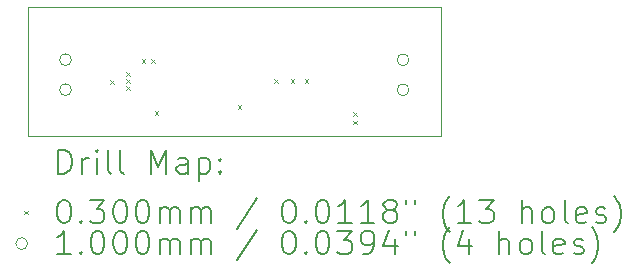
<source format=gbr>
%TF.GenerationSoftware,KiCad,Pcbnew,9.0.2-9.0.2-0~ubuntu24.04.1*%
%TF.CreationDate,2025-07-09T15:13:09+10:00*%
%TF.ProjectId,TPS54202SwitchingPSU,54505335-3432-4303-9253-776974636869,rev?*%
%TF.SameCoordinates,Original*%
%TF.FileFunction,Drillmap*%
%TF.FilePolarity,Positive*%
%FSLAX45Y45*%
G04 Gerber Fmt 4.5, Leading zero omitted, Abs format (unit mm)*
G04 Created by KiCad (PCBNEW 9.0.2-9.0.2-0~ubuntu24.04.1) date 2025-07-09 15:13:09*
%MOMM*%
%LPD*%
G01*
G04 APERTURE LIST*
%ADD10C,0.050000*%
%ADD11C,0.200000*%
%ADD12C,0.100000*%
G04 APERTURE END LIST*
D10*
X11200000Y-8300000D02*
X14700000Y-8300000D01*
X14700000Y-9400000D01*
X11200000Y-9400000D01*
X11200000Y-8300000D01*
D11*
D12*
X11895000Y-8925000D02*
X11925000Y-8955000D01*
X11925000Y-8925000D02*
X11895000Y-8955000D01*
X12035000Y-8855000D02*
X12065000Y-8885000D01*
X12065000Y-8855000D02*
X12035000Y-8885000D01*
X12035000Y-8915000D02*
X12065000Y-8945000D01*
X12065000Y-8915000D02*
X12035000Y-8945000D01*
X12035000Y-8975000D02*
X12065000Y-9005000D01*
X12065000Y-8975000D02*
X12035000Y-9005000D01*
X12165400Y-8745000D02*
X12195400Y-8775000D01*
X12195400Y-8745000D02*
X12165400Y-8775000D01*
X12245000Y-8745000D02*
X12275000Y-8775000D01*
X12275000Y-8745000D02*
X12245000Y-8775000D01*
X12275000Y-9185000D02*
X12305000Y-9215000D01*
X12305000Y-9185000D02*
X12275000Y-9215000D01*
X12975000Y-9135000D02*
X13005000Y-9165000D01*
X13005000Y-9135000D02*
X12975000Y-9165000D01*
X13285000Y-8915000D02*
X13315000Y-8945000D01*
X13315000Y-8915000D02*
X13285000Y-8945000D01*
X13425000Y-8915000D02*
X13455000Y-8945000D01*
X13455000Y-8915000D02*
X13425000Y-8945000D01*
X13545000Y-8915000D02*
X13575000Y-8945000D01*
X13575000Y-8915000D02*
X13545000Y-8945000D01*
X13955000Y-9195000D02*
X13985000Y-9225000D01*
X13985000Y-9195000D02*
X13955000Y-9225000D01*
X13955000Y-9265000D02*
X13985000Y-9295000D01*
X13985000Y-9265000D02*
X13955000Y-9295000D01*
X11568900Y-8750300D02*
G75*
G02*
X11468900Y-8750300I-50000J0D01*
G01*
X11468900Y-8750300D02*
G75*
G02*
X11568900Y-8750300I50000J0D01*
G01*
X11568900Y-9004300D02*
G75*
G02*
X11468900Y-9004300I-50000J0D01*
G01*
X11468900Y-9004300D02*
G75*
G02*
X11568900Y-9004300I50000J0D01*
G01*
X14426400Y-8750300D02*
G75*
G02*
X14326400Y-8750300I-50000J0D01*
G01*
X14326400Y-8750300D02*
G75*
G02*
X14426400Y-8750300I50000J0D01*
G01*
X14426400Y-9004300D02*
G75*
G02*
X14326400Y-9004300I-50000J0D01*
G01*
X14326400Y-9004300D02*
G75*
G02*
X14426400Y-9004300I50000J0D01*
G01*
D11*
X11458277Y-9713984D02*
X11458277Y-9513984D01*
X11458277Y-9513984D02*
X11505896Y-9513984D01*
X11505896Y-9513984D02*
X11534467Y-9523508D01*
X11534467Y-9523508D02*
X11553515Y-9542555D01*
X11553515Y-9542555D02*
X11563039Y-9561603D01*
X11563039Y-9561603D02*
X11572562Y-9599698D01*
X11572562Y-9599698D02*
X11572562Y-9628270D01*
X11572562Y-9628270D02*
X11563039Y-9666365D01*
X11563039Y-9666365D02*
X11553515Y-9685412D01*
X11553515Y-9685412D02*
X11534467Y-9704460D01*
X11534467Y-9704460D02*
X11505896Y-9713984D01*
X11505896Y-9713984D02*
X11458277Y-9713984D01*
X11658277Y-9713984D02*
X11658277Y-9580650D01*
X11658277Y-9618746D02*
X11667801Y-9599698D01*
X11667801Y-9599698D02*
X11677324Y-9590174D01*
X11677324Y-9590174D02*
X11696372Y-9580650D01*
X11696372Y-9580650D02*
X11715420Y-9580650D01*
X11782086Y-9713984D02*
X11782086Y-9580650D01*
X11782086Y-9513984D02*
X11772562Y-9523508D01*
X11772562Y-9523508D02*
X11782086Y-9533031D01*
X11782086Y-9533031D02*
X11791610Y-9523508D01*
X11791610Y-9523508D02*
X11782086Y-9513984D01*
X11782086Y-9513984D02*
X11782086Y-9533031D01*
X11905896Y-9713984D02*
X11886848Y-9704460D01*
X11886848Y-9704460D02*
X11877324Y-9685412D01*
X11877324Y-9685412D02*
X11877324Y-9513984D01*
X12010658Y-9713984D02*
X11991610Y-9704460D01*
X11991610Y-9704460D02*
X11982086Y-9685412D01*
X11982086Y-9685412D02*
X11982086Y-9513984D01*
X12239229Y-9713984D02*
X12239229Y-9513984D01*
X12239229Y-9513984D02*
X12305896Y-9656841D01*
X12305896Y-9656841D02*
X12372562Y-9513984D01*
X12372562Y-9513984D02*
X12372562Y-9713984D01*
X12553515Y-9713984D02*
X12553515Y-9609222D01*
X12553515Y-9609222D02*
X12543991Y-9590174D01*
X12543991Y-9590174D02*
X12524943Y-9580650D01*
X12524943Y-9580650D02*
X12486848Y-9580650D01*
X12486848Y-9580650D02*
X12467801Y-9590174D01*
X12553515Y-9704460D02*
X12534467Y-9713984D01*
X12534467Y-9713984D02*
X12486848Y-9713984D01*
X12486848Y-9713984D02*
X12467801Y-9704460D01*
X12467801Y-9704460D02*
X12458277Y-9685412D01*
X12458277Y-9685412D02*
X12458277Y-9666365D01*
X12458277Y-9666365D02*
X12467801Y-9647317D01*
X12467801Y-9647317D02*
X12486848Y-9637793D01*
X12486848Y-9637793D02*
X12534467Y-9637793D01*
X12534467Y-9637793D02*
X12553515Y-9628270D01*
X12648753Y-9580650D02*
X12648753Y-9780650D01*
X12648753Y-9590174D02*
X12667801Y-9580650D01*
X12667801Y-9580650D02*
X12705896Y-9580650D01*
X12705896Y-9580650D02*
X12724943Y-9590174D01*
X12724943Y-9590174D02*
X12734467Y-9599698D01*
X12734467Y-9599698D02*
X12743991Y-9618746D01*
X12743991Y-9618746D02*
X12743991Y-9675889D01*
X12743991Y-9675889D02*
X12734467Y-9694936D01*
X12734467Y-9694936D02*
X12724943Y-9704460D01*
X12724943Y-9704460D02*
X12705896Y-9713984D01*
X12705896Y-9713984D02*
X12667801Y-9713984D01*
X12667801Y-9713984D02*
X12648753Y-9704460D01*
X12829705Y-9694936D02*
X12839229Y-9704460D01*
X12839229Y-9704460D02*
X12829705Y-9713984D01*
X12829705Y-9713984D02*
X12820182Y-9704460D01*
X12820182Y-9704460D02*
X12829705Y-9694936D01*
X12829705Y-9694936D02*
X12829705Y-9713984D01*
X12829705Y-9590174D02*
X12839229Y-9599698D01*
X12839229Y-9599698D02*
X12829705Y-9609222D01*
X12829705Y-9609222D02*
X12820182Y-9599698D01*
X12820182Y-9599698D02*
X12829705Y-9590174D01*
X12829705Y-9590174D02*
X12829705Y-9609222D01*
D12*
X11167500Y-10027500D02*
X11197500Y-10057500D01*
X11197500Y-10027500D02*
X11167500Y-10057500D01*
D11*
X11496372Y-9933984D02*
X11515420Y-9933984D01*
X11515420Y-9933984D02*
X11534467Y-9943508D01*
X11534467Y-9943508D02*
X11543991Y-9953031D01*
X11543991Y-9953031D02*
X11553515Y-9972079D01*
X11553515Y-9972079D02*
X11563039Y-10010174D01*
X11563039Y-10010174D02*
X11563039Y-10057793D01*
X11563039Y-10057793D02*
X11553515Y-10095889D01*
X11553515Y-10095889D02*
X11543991Y-10114936D01*
X11543991Y-10114936D02*
X11534467Y-10124460D01*
X11534467Y-10124460D02*
X11515420Y-10133984D01*
X11515420Y-10133984D02*
X11496372Y-10133984D01*
X11496372Y-10133984D02*
X11477324Y-10124460D01*
X11477324Y-10124460D02*
X11467801Y-10114936D01*
X11467801Y-10114936D02*
X11458277Y-10095889D01*
X11458277Y-10095889D02*
X11448753Y-10057793D01*
X11448753Y-10057793D02*
X11448753Y-10010174D01*
X11448753Y-10010174D02*
X11458277Y-9972079D01*
X11458277Y-9972079D02*
X11467801Y-9953031D01*
X11467801Y-9953031D02*
X11477324Y-9943508D01*
X11477324Y-9943508D02*
X11496372Y-9933984D01*
X11648753Y-10114936D02*
X11658277Y-10124460D01*
X11658277Y-10124460D02*
X11648753Y-10133984D01*
X11648753Y-10133984D02*
X11639229Y-10124460D01*
X11639229Y-10124460D02*
X11648753Y-10114936D01*
X11648753Y-10114936D02*
X11648753Y-10133984D01*
X11724943Y-9933984D02*
X11848753Y-9933984D01*
X11848753Y-9933984D02*
X11782086Y-10010174D01*
X11782086Y-10010174D02*
X11810658Y-10010174D01*
X11810658Y-10010174D02*
X11829705Y-10019698D01*
X11829705Y-10019698D02*
X11839229Y-10029222D01*
X11839229Y-10029222D02*
X11848753Y-10048270D01*
X11848753Y-10048270D02*
X11848753Y-10095889D01*
X11848753Y-10095889D02*
X11839229Y-10114936D01*
X11839229Y-10114936D02*
X11829705Y-10124460D01*
X11829705Y-10124460D02*
X11810658Y-10133984D01*
X11810658Y-10133984D02*
X11753515Y-10133984D01*
X11753515Y-10133984D02*
X11734467Y-10124460D01*
X11734467Y-10124460D02*
X11724943Y-10114936D01*
X11972562Y-9933984D02*
X11991610Y-9933984D01*
X11991610Y-9933984D02*
X12010658Y-9943508D01*
X12010658Y-9943508D02*
X12020182Y-9953031D01*
X12020182Y-9953031D02*
X12029705Y-9972079D01*
X12029705Y-9972079D02*
X12039229Y-10010174D01*
X12039229Y-10010174D02*
X12039229Y-10057793D01*
X12039229Y-10057793D02*
X12029705Y-10095889D01*
X12029705Y-10095889D02*
X12020182Y-10114936D01*
X12020182Y-10114936D02*
X12010658Y-10124460D01*
X12010658Y-10124460D02*
X11991610Y-10133984D01*
X11991610Y-10133984D02*
X11972562Y-10133984D01*
X11972562Y-10133984D02*
X11953515Y-10124460D01*
X11953515Y-10124460D02*
X11943991Y-10114936D01*
X11943991Y-10114936D02*
X11934467Y-10095889D01*
X11934467Y-10095889D02*
X11924943Y-10057793D01*
X11924943Y-10057793D02*
X11924943Y-10010174D01*
X11924943Y-10010174D02*
X11934467Y-9972079D01*
X11934467Y-9972079D02*
X11943991Y-9953031D01*
X11943991Y-9953031D02*
X11953515Y-9943508D01*
X11953515Y-9943508D02*
X11972562Y-9933984D01*
X12163039Y-9933984D02*
X12182086Y-9933984D01*
X12182086Y-9933984D02*
X12201134Y-9943508D01*
X12201134Y-9943508D02*
X12210658Y-9953031D01*
X12210658Y-9953031D02*
X12220182Y-9972079D01*
X12220182Y-9972079D02*
X12229705Y-10010174D01*
X12229705Y-10010174D02*
X12229705Y-10057793D01*
X12229705Y-10057793D02*
X12220182Y-10095889D01*
X12220182Y-10095889D02*
X12210658Y-10114936D01*
X12210658Y-10114936D02*
X12201134Y-10124460D01*
X12201134Y-10124460D02*
X12182086Y-10133984D01*
X12182086Y-10133984D02*
X12163039Y-10133984D01*
X12163039Y-10133984D02*
X12143991Y-10124460D01*
X12143991Y-10124460D02*
X12134467Y-10114936D01*
X12134467Y-10114936D02*
X12124943Y-10095889D01*
X12124943Y-10095889D02*
X12115420Y-10057793D01*
X12115420Y-10057793D02*
X12115420Y-10010174D01*
X12115420Y-10010174D02*
X12124943Y-9972079D01*
X12124943Y-9972079D02*
X12134467Y-9953031D01*
X12134467Y-9953031D02*
X12143991Y-9943508D01*
X12143991Y-9943508D02*
X12163039Y-9933984D01*
X12315420Y-10133984D02*
X12315420Y-10000650D01*
X12315420Y-10019698D02*
X12324943Y-10010174D01*
X12324943Y-10010174D02*
X12343991Y-10000650D01*
X12343991Y-10000650D02*
X12372563Y-10000650D01*
X12372563Y-10000650D02*
X12391610Y-10010174D01*
X12391610Y-10010174D02*
X12401134Y-10029222D01*
X12401134Y-10029222D02*
X12401134Y-10133984D01*
X12401134Y-10029222D02*
X12410658Y-10010174D01*
X12410658Y-10010174D02*
X12429705Y-10000650D01*
X12429705Y-10000650D02*
X12458277Y-10000650D01*
X12458277Y-10000650D02*
X12477324Y-10010174D01*
X12477324Y-10010174D02*
X12486848Y-10029222D01*
X12486848Y-10029222D02*
X12486848Y-10133984D01*
X12582086Y-10133984D02*
X12582086Y-10000650D01*
X12582086Y-10019698D02*
X12591610Y-10010174D01*
X12591610Y-10010174D02*
X12610658Y-10000650D01*
X12610658Y-10000650D02*
X12639229Y-10000650D01*
X12639229Y-10000650D02*
X12658277Y-10010174D01*
X12658277Y-10010174D02*
X12667801Y-10029222D01*
X12667801Y-10029222D02*
X12667801Y-10133984D01*
X12667801Y-10029222D02*
X12677324Y-10010174D01*
X12677324Y-10010174D02*
X12696372Y-10000650D01*
X12696372Y-10000650D02*
X12724943Y-10000650D01*
X12724943Y-10000650D02*
X12743991Y-10010174D01*
X12743991Y-10010174D02*
X12753515Y-10029222D01*
X12753515Y-10029222D02*
X12753515Y-10133984D01*
X13143991Y-9924460D02*
X12972563Y-10181603D01*
X13401134Y-9933984D02*
X13420182Y-9933984D01*
X13420182Y-9933984D02*
X13439229Y-9943508D01*
X13439229Y-9943508D02*
X13448753Y-9953031D01*
X13448753Y-9953031D02*
X13458277Y-9972079D01*
X13458277Y-9972079D02*
X13467801Y-10010174D01*
X13467801Y-10010174D02*
X13467801Y-10057793D01*
X13467801Y-10057793D02*
X13458277Y-10095889D01*
X13458277Y-10095889D02*
X13448753Y-10114936D01*
X13448753Y-10114936D02*
X13439229Y-10124460D01*
X13439229Y-10124460D02*
X13420182Y-10133984D01*
X13420182Y-10133984D02*
X13401134Y-10133984D01*
X13401134Y-10133984D02*
X13382086Y-10124460D01*
X13382086Y-10124460D02*
X13372563Y-10114936D01*
X13372563Y-10114936D02*
X13363039Y-10095889D01*
X13363039Y-10095889D02*
X13353515Y-10057793D01*
X13353515Y-10057793D02*
X13353515Y-10010174D01*
X13353515Y-10010174D02*
X13363039Y-9972079D01*
X13363039Y-9972079D02*
X13372563Y-9953031D01*
X13372563Y-9953031D02*
X13382086Y-9943508D01*
X13382086Y-9943508D02*
X13401134Y-9933984D01*
X13553515Y-10114936D02*
X13563039Y-10124460D01*
X13563039Y-10124460D02*
X13553515Y-10133984D01*
X13553515Y-10133984D02*
X13543991Y-10124460D01*
X13543991Y-10124460D02*
X13553515Y-10114936D01*
X13553515Y-10114936D02*
X13553515Y-10133984D01*
X13686848Y-9933984D02*
X13705896Y-9933984D01*
X13705896Y-9933984D02*
X13724944Y-9943508D01*
X13724944Y-9943508D02*
X13734467Y-9953031D01*
X13734467Y-9953031D02*
X13743991Y-9972079D01*
X13743991Y-9972079D02*
X13753515Y-10010174D01*
X13753515Y-10010174D02*
X13753515Y-10057793D01*
X13753515Y-10057793D02*
X13743991Y-10095889D01*
X13743991Y-10095889D02*
X13734467Y-10114936D01*
X13734467Y-10114936D02*
X13724944Y-10124460D01*
X13724944Y-10124460D02*
X13705896Y-10133984D01*
X13705896Y-10133984D02*
X13686848Y-10133984D01*
X13686848Y-10133984D02*
X13667801Y-10124460D01*
X13667801Y-10124460D02*
X13658277Y-10114936D01*
X13658277Y-10114936D02*
X13648753Y-10095889D01*
X13648753Y-10095889D02*
X13639229Y-10057793D01*
X13639229Y-10057793D02*
X13639229Y-10010174D01*
X13639229Y-10010174D02*
X13648753Y-9972079D01*
X13648753Y-9972079D02*
X13658277Y-9953031D01*
X13658277Y-9953031D02*
X13667801Y-9943508D01*
X13667801Y-9943508D02*
X13686848Y-9933984D01*
X13943991Y-10133984D02*
X13829706Y-10133984D01*
X13886848Y-10133984D02*
X13886848Y-9933984D01*
X13886848Y-9933984D02*
X13867801Y-9962555D01*
X13867801Y-9962555D02*
X13848753Y-9981603D01*
X13848753Y-9981603D02*
X13829706Y-9991127D01*
X14134467Y-10133984D02*
X14020182Y-10133984D01*
X14077325Y-10133984D02*
X14077325Y-9933984D01*
X14077325Y-9933984D02*
X14058277Y-9962555D01*
X14058277Y-9962555D02*
X14039229Y-9981603D01*
X14039229Y-9981603D02*
X14020182Y-9991127D01*
X14248753Y-10019698D02*
X14229706Y-10010174D01*
X14229706Y-10010174D02*
X14220182Y-10000650D01*
X14220182Y-10000650D02*
X14210658Y-9981603D01*
X14210658Y-9981603D02*
X14210658Y-9972079D01*
X14210658Y-9972079D02*
X14220182Y-9953031D01*
X14220182Y-9953031D02*
X14229706Y-9943508D01*
X14229706Y-9943508D02*
X14248753Y-9933984D01*
X14248753Y-9933984D02*
X14286848Y-9933984D01*
X14286848Y-9933984D02*
X14305896Y-9943508D01*
X14305896Y-9943508D02*
X14315420Y-9953031D01*
X14315420Y-9953031D02*
X14324944Y-9972079D01*
X14324944Y-9972079D02*
X14324944Y-9981603D01*
X14324944Y-9981603D02*
X14315420Y-10000650D01*
X14315420Y-10000650D02*
X14305896Y-10010174D01*
X14305896Y-10010174D02*
X14286848Y-10019698D01*
X14286848Y-10019698D02*
X14248753Y-10019698D01*
X14248753Y-10019698D02*
X14229706Y-10029222D01*
X14229706Y-10029222D02*
X14220182Y-10038746D01*
X14220182Y-10038746D02*
X14210658Y-10057793D01*
X14210658Y-10057793D02*
X14210658Y-10095889D01*
X14210658Y-10095889D02*
X14220182Y-10114936D01*
X14220182Y-10114936D02*
X14229706Y-10124460D01*
X14229706Y-10124460D02*
X14248753Y-10133984D01*
X14248753Y-10133984D02*
X14286848Y-10133984D01*
X14286848Y-10133984D02*
X14305896Y-10124460D01*
X14305896Y-10124460D02*
X14315420Y-10114936D01*
X14315420Y-10114936D02*
X14324944Y-10095889D01*
X14324944Y-10095889D02*
X14324944Y-10057793D01*
X14324944Y-10057793D02*
X14315420Y-10038746D01*
X14315420Y-10038746D02*
X14305896Y-10029222D01*
X14305896Y-10029222D02*
X14286848Y-10019698D01*
X14401134Y-9933984D02*
X14401134Y-9972079D01*
X14477325Y-9933984D02*
X14477325Y-9972079D01*
X14772563Y-10210174D02*
X14763039Y-10200650D01*
X14763039Y-10200650D02*
X14743991Y-10172079D01*
X14743991Y-10172079D02*
X14734468Y-10153031D01*
X14734468Y-10153031D02*
X14724944Y-10124460D01*
X14724944Y-10124460D02*
X14715420Y-10076841D01*
X14715420Y-10076841D02*
X14715420Y-10038746D01*
X14715420Y-10038746D02*
X14724944Y-9991127D01*
X14724944Y-9991127D02*
X14734468Y-9962555D01*
X14734468Y-9962555D02*
X14743991Y-9943508D01*
X14743991Y-9943508D02*
X14763039Y-9914936D01*
X14763039Y-9914936D02*
X14772563Y-9905412D01*
X14953515Y-10133984D02*
X14839229Y-10133984D01*
X14896372Y-10133984D02*
X14896372Y-9933984D01*
X14896372Y-9933984D02*
X14877325Y-9962555D01*
X14877325Y-9962555D02*
X14858277Y-9981603D01*
X14858277Y-9981603D02*
X14839229Y-9991127D01*
X15020182Y-9933984D02*
X15143991Y-9933984D01*
X15143991Y-9933984D02*
X15077325Y-10010174D01*
X15077325Y-10010174D02*
X15105896Y-10010174D01*
X15105896Y-10010174D02*
X15124944Y-10019698D01*
X15124944Y-10019698D02*
X15134468Y-10029222D01*
X15134468Y-10029222D02*
X15143991Y-10048270D01*
X15143991Y-10048270D02*
X15143991Y-10095889D01*
X15143991Y-10095889D02*
X15134468Y-10114936D01*
X15134468Y-10114936D02*
X15124944Y-10124460D01*
X15124944Y-10124460D02*
X15105896Y-10133984D01*
X15105896Y-10133984D02*
X15048753Y-10133984D01*
X15048753Y-10133984D02*
X15029706Y-10124460D01*
X15029706Y-10124460D02*
X15020182Y-10114936D01*
X15382087Y-10133984D02*
X15382087Y-9933984D01*
X15467801Y-10133984D02*
X15467801Y-10029222D01*
X15467801Y-10029222D02*
X15458277Y-10010174D01*
X15458277Y-10010174D02*
X15439230Y-10000650D01*
X15439230Y-10000650D02*
X15410658Y-10000650D01*
X15410658Y-10000650D02*
X15391610Y-10010174D01*
X15391610Y-10010174D02*
X15382087Y-10019698D01*
X15591610Y-10133984D02*
X15572563Y-10124460D01*
X15572563Y-10124460D02*
X15563039Y-10114936D01*
X15563039Y-10114936D02*
X15553515Y-10095889D01*
X15553515Y-10095889D02*
X15553515Y-10038746D01*
X15553515Y-10038746D02*
X15563039Y-10019698D01*
X15563039Y-10019698D02*
X15572563Y-10010174D01*
X15572563Y-10010174D02*
X15591610Y-10000650D01*
X15591610Y-10000650D02*
X15620182Y-10000650D01*
X15620182Y-10000650D02*
X15639230Y-10010174D01*
X15639230Y-10010174D02*
X15648753Y-10019698D01*
X15648753Y-10019698D02*
X15658277Y-10038746D01*
X15658277Y-10038746D02*
X15658277Y-10095889D01*
X15658277Y-10095889D02*
X15648753Y-10114936D01*
X15648753Y-10114936D02*
X15639230Y-10124460D01*
X15639230Y-10124460D02*
X15620182Y-10133984D01*
X15620182Y-10133984D02*
X15591610Y-10133984D01*
X15772563Y-10133984D02*
X15753515Y-10124460D01*
X15753515Y-10124460D02*
X15743991Y-10105412D01*
X15743991Y-10105412D02*
X15743991Y-9933984D01*
X15924944Y-10124460D02*
X15905896Y-10133984D01*
X15905896Y-10133984D02*
X15867801Y-10133984D01*
X15867801Y-10133984D02*
X15848753Y-10124460D01*
X15848753Y-10124460D02*
X15839230Y-10105412D01*
X15839230Y-10105412D02*
X15839230Y-10029222D01*
X15839230Y-10029222D02*
X15848753Y-10010174D01*
X15848753Y-10010174D02*
X15867801Y-10000650D01*
X15867801Y-10000650D02*
X15905896Y-10000650D01*
X15905896Y-10000650D02*
X15924944Y-10010174D01*
X15924944Y-10010174D02*
X15934468Y-10029222D01*
X15934468Y-10029222D02*
X15934468Y-10048270D01*
X15934468Y-10048270D02*
X15839230Y-10067317D01*
X16010658Y-10124460D02*
X16029706Y-10133984D01*
X16029706Y-10133984D02*
X16067801Y-10133984D01*
X16067801Y-10133984D02*
X16086849Y-10124460D01*
X16086849Y-10124460D02*
X16096372Y-10105412D01*
X16096372Y-10105412D02*
X16096372Y-10095889D01*
X16096372Y-10095889D02*
X16086849Y-10076841D01*
X16086849Y-10076841D02*
X16067801Y-10067317D01*
X16067801Y-10067317D02*
X16039230Y-10067317D01*
X16039230Y-10067317D02*
X16020182Y-10057793D01*
X16020182Y-10057793D02*
X16010658Y-10038746D01*
X16010658Y-10038746D02*
X16010658Y-10029222D01*
X16010658Y-10029222D02*
X16020182Y-10010174D01*
X16020182Y-10010174D02*
X16039230Y-10000650D01*
X16039230Y-10000650D02*
X16067801Y-10000650D01*
X16067801Y-10000650D02*
X16086849Y-10010174D01*
X16163039Y-10210174D02*
X16172563Y-10200650D01*
X16172563Y-10200650D02*
X16191611Y-10172079D01*
X16191611Y-10172079D02*
X16201134Y-10153031D01*
X16201134Y-10153031D02*
X16210658Y-10124460D01*
X16210658Y-10124460D02*
X16220182Y-10076841D01*
X16220182Y-10076841D02*
X16220182Y-10038746D01*
X16220182Y-10038746D02*
X16210658Y-9991127D01*
X16210658Y-9991127D02*
X16201134Y-9962555D01*
X16201134Y-9962555D02*
X16191611Y-9943508D01*
X16191611Y-9943508D02*
X16172563Y-9914936D01*
X16172563Y-9914936D02*
X16163039Y-9905412D01*
D12*
X11197500Y-10306500D02*
G75*
G02*
X11097500Y-10306500I-50000J0D01*
G01*
X11097500Y-10306500D02*
G75*
G02*
X11197500Y-10306500I50000J0D01*
G01*
D11*
X11563039Y-10397984D02*
X11448753Y-10397984D01*
X11505896Y-10397984D02*
X11505896Y-10197984D01*
X11505896Y-10197984D02*
X11486848Y-10226555D01*
X11486848Y-10226555D02*
X11467801Y-10245603D01*
X11467801Y-10245603D02*
X11448753Y-10255127D01*
X11648753Y-10378936D02*
X11658277Y-10388460D01*
X11658277Y-10388460D02*
X11648753Y-10397984D01*
X11648753Y-10397984D02*
X11639229Y-10388460D01*
X11639229Y-10388460D02*
X11648753Y-10378936D01*
X11648753Y-10378936D02*
X11648753Y-10397984D01*
X11782086Y-10197984D02*
X11801134Y-10197984D01*
X11801134Y-10197984D02*
X11820182Y-10207508D01*
X11820182Y-10207508D02*
X11829705Y-10217031D01*
X11829705Y-10217031D02*
X11839229Y-10236079D01*
X11839229Y-10236079D02*
X11848753Y-10274174D01*
X11848753Y-10274174D02*
X11848753Y-10321793D01*
X11848753Y-10321793D02*
X11839229Y-10359889D01*
X11839229Y-10359889D02*
X11829705Y-10378936D01*
X11829705Y-10378936D02*
X11820182Y-10388460D01*
X11820182Y-10388460D02*
X11801134Y-10397984D01*
X11801134Y-10397984D02*
X11782086Y-10397984D01*
X11782086Y-10397984D02*
X11763039Y-10388460D01*
X11763039Y-10388460D02*
X11753515Y-10378936D01*
X11753515Y-10378936D02*
X11743991Y-10359889D01*
X11743991Y-10359889D02*
X11734467Y-10321793D01*
X11734467Y-10321793D02*
X11734467Y-10274174D01*
X11734467Y-10274174D02*
X11743991Y-10236079D01*
X11743991Y-10236079D02*
X11753515Y-10217031D01*
X11753515Y-10217031D02*
X11763039Y-10207508D01*
X11763039Y-10207508D02*
X11782086Y-10197984D01*
X11972562Y-10197984D02*
X11991610Y-10197984D01*
X11991610Y-10197984D02*
X12010658Y-10207508D01*
X12010658Y-10207508D02*
X12020182Y-10217031D01*
X12020182Y-10217031D02*
X12029705Y-10236079D01*
X12029705Y-10236079D02*
X12039229Y-10274174D01*
X12039229Y-10274174D02*
X12039229Y-10321793D01*
X12039229Y-10321793D02*
X12029705Y-10359889D01*
X12029705Y-10359889D02*
X12020182Y-10378936D01*
X12020182Y-10378936D02*
X12010658Y-10388460D01*
X12010658Y-10388460D02*
X11991610Y-10397984D01*
X11991610Y-10397984D02*
X11972562Y-10397984D01*
X11972562Y-10397984D02*
X11953515Y-10388460D01*
X11953515Y-10388460D02*
X11943991Y-10378936D01*
X11943991Y-10378936D02*
X11934467Y-10359889D01*
X11934467Y-10359889D02*
X11924943Y-10321793D01*
X11924943Y-10321793D02*
X11924943Y-10274174D01*
X11924943Y-10274174D02*
X11934467Y-10236079D01*
X11934467Y-10236079D02*
X11943991Y-10217031D01*
X11943991Y-10217031D02*
X11953515Y-10207508D01*
X11953515Y-10207508D02*
X11972562Y-10197984D01*
X12163039Y-10197984D02*
X12182086Y-10197984D01*
X12182086Y-10197984D02*
X12201134Y-10207508D01*
X12201134Y-10207508D02*
X12210658Y-10217031D01*
X12210658Y-10217031D02*
X12220182Y-10236079D01*
X12220182Y-10236079D02*
X12229705Y-10274174D01*
X12229705Y-10274174D02*
X12229705Y-10321793D01*
X12229705Y-10321793D02*
X12220182Y-10359889D01*
X12220182Y-10359889D02*
X12210658Y-10378936D01*
X12210658Y-10378936D02*
X12201134Y-10388460D01*
X12201134Y-10388460D02*
X12182086Y-10397984D01*
X12182086Y-10397984D02*
X12163039Y-10397984D01*
X12163039Y-10397984D02*
X12143991Y-10388460D01*
X12143991Y-10388460D02*
X12134467Y-10378936D01*
X12134467Y-10378936D02*
X12124943Y-10359889D01*
X12124943Y-10359889D02*
X12115420Y-10321793D01*
X12115420Y-10321793D02*
X12115420Y-10274174D01*
X12115420Y-10274174D02*
X12124943Y-10236079D01*
X12124943Y-10236079D02*
X12134467Y-10217031D01*
X12134467Y-10217031D02*
X12143991Y-10207508D01*
X12143991Y-10207508D02*
X12163039Y-10197984D01*
X12315420Y-10397984D02*
X12315420Y-10264650D01*
X12315420Y-10283698D02*
X12324943Y-10274174D01*
X12324943Y-10274174D02*
X12343991Y-10264650D01*
X12343991Y-10264650D02*
X12372563Y-10264650D01*
X12372563Y-10264650D02*
X12391610Y-10274174D01*
X12391610Y-10274174D02*
X12401134Y-10293222D01*
X12401134Y-10293222D02*
X12401134Y-10397984D01*
X12401134Y-10293222D02*
X12410658Y-10274174D01*
X12410658Y-10274174D02*
X12429705Y-10264650D01*
X12429705Y-10264650D02*
X12458277Y-10264650D01*
X12458277Y-10264650D02*
X12477324Y-10274174D01*
X12477324Y-10274174D02*
X12486848Y-10293222D01*
X12486848Y-10293222D02*
X12486848Y-10397984D01*
X12582086Y-10397984D02*
X12582086Y-10264650D01*
X12582086Y-10283698D02*
X12591610Y-10274174D01*
X12591610Y-10274174D02*
X12610658Y-10264650D01*
X12610658Y-10264650D02*
X12639229Y-10264650D01*
X12639229Y-10264650D02*
X12658277Y-10274174D01*
X12658277Y-10274174D02*
X12667801Y-10293222D01*
X12667801Y-10293222D02*
X12667801Y-10397984D01*
X12667801Y-10293222D02*
X12677324Y-10274174D01*
X12677324Y-10274174D02*
X12696372Y-10264650D01*
X12696372Y-10264650D02*
X12724943Y-10264650D01*
X12724943Y-10264650D02*
X12743991Y-10274174D01*
X12743991Y-10274174D02*
X12753515Y-10293222D01*
X12753515Y-10293222D02*
X12753515Y-10397984D01*
X13143991Y-10188460D02*
X12972563Y-10445603D01*
X13401134Y-10197984D02*
X13420182Y-10197984D01*
X13420182Y-10197984D02*
X13439229Y-10207508D01*
X13439229Y-10207508D02*
X13448753Y-10217031D01*
X13448753Y-10217031D02*
X13458277Y-10236079D01*
X13458277Y-10236079D02*
X13467801Y-10274174D01*
X13467801Y-10274174D02*
X13467801Y-10321793D01*
X13467801Y-10321793D02*
X13458277Y-10359889D01*
X13458277Y-10359889D02*
X13448753Y-10378936D01*
X13448753Y-10378936D02*
X13439229Y-10388460D01*
X13439229Y-10388460D02*
X13420182Y-10397984D01*
X13420182Y-10397984D02*
X13401134Y-10397984D01*
X13401134Y-10397984D02*
X13382086Y-10388460D01*
X13382086Y-10388460D02*
X13372563Y-10378936D01*
X13372563Y-10378936D02*
X13363039Y-10359889D01*
X13363039Y-10359889D02*
X13353515Y-10321793D01*
X13353515Y-10321793D02*
X13353515Y-10274174D01*
X13353515Y-10274174D02*
X13363039Y-10236079D01*
X13363039Y-10236079D02*
X13372563Y-10217031D01*
X13372563Y-10217031D02*
X13382086Y-10207508D01*
X13382086Y-10207508D02*
X13401134Y-10197984D01*
X13553515Y-10378936D02*
X13563039Y-10388460D01*
X13563039Y-10388460D02*
X13553515Y-10397984D01*
X13553515Y-10397984D02*
X13543991Y-10388460D01*
X13543991Y-10388460D02*
X13553515Y-10378936D01*
X13553515Y-10378936D02*
X13553515Y-10397984D01*
X13686848Y-10197984D02*
X13705896Y-10197984D01*
X13705896Y-10197984D02*
X13724944Y-10207508D01*
X13724944Y-10207508D02*
X13734467Y-10217031D01*
X13734467Y-10217031D02*
X13743991Y-10236079D01*
X13743991Y-10236079D02*
X13753515Y-10274174D01*
X13753515Y-10274174D02*
X13753515Y-10321793D01*
X13753515Y-10321793D02*
X13743991Y-10359889D01*
X13743991Y-10359889D02*
X13734467Y-10378936D01*
X13734467Y-10378936D02*
X13724944Y-10388460D01*
X13724944Y-10388460D02*
X13705896Y-10397984D01*
X13705896Y-10397984D02*
X13686848Y-10397984D01*
X13686848Y-10397984D02*
X13667801Y-10388460D01*
X13667801Y-10388460D02*
X13658277Y-10378936D01*
X13658277Y-10378936D02*
X13648753Y-10359889D01*
X13648753Y-10359889D02*
X13639229Y-10321793D01*
X13639229Y-10321793D02*
X13639229Y-10274174D01*
X13639229Y-10274174D02*
X13648753Y-10236079D01*
X13648753Y-10236079D02*
X13658277Y-10217031D01*
X13658277Y-10217031D02*
X13667801Y-10207508D01*
X13667801Y-10207508D02*
X13686848Y-10197984D01*
X13820182Y-10197984D02*
X13943991Y-10197984D01*
X13943991Y-10197984D02*
X13877325Y-10274174D01*
X13877325Y-10274174D02*
X13905896Y-10274174D01*
X13905896Y-10274174D02*
X13924944Y-10283698D01*
X13924944Y-10283698D02*
X13934467Y-10293222D01*
X13934467Y-10293222D02*
X13943991Y-10312270D01*
X13943991Y-10312270D02*
X13943991Y-10359889D01*
X13943991Y-10359889D02*
X13934467Y-10378936D01*
X13934467Y-10378936D02*
X13924944Y-10388460D01*
X13924944Y-10388460D02*
X13905896Y-10397984D01*
X13905896Y-10397984D02*
X13848753Y-10397984D01*
X13848753Y-10397984D02*
X13829706Y-10388460D01*
X13829706Y-10388460D02*
X13820182Y-10378936D01*
X14039229Y-10397984D02*
X14077325Y-10397984D01*
X14077325Y-10397984D02*
X14096372Y-10388460D01*
X14096372Y-10388460D02*
X14105896Y-10378936D01*
X14105896Y-10378936D02*
X14124944Y-10350365D01*
X14124944Y-10350365D02*
X14134467Y-10312270D01*
X14134467Y-10312270D02*
X14134467Y-10236079D01*
X14134467Y-10236079D02*
X14124944Y-10217031D01*
X14124944Y-10217031D02*
X14115420Y-10207508D01*
X14115420Y-10207508D02*
X14096372Y-10197984D01*
X14096372Y-10197984D02*
X14058277Y-10197984D01*
X14058277Y-10197984D02*
X14039229Y-10207508D01*
X14039229Y-10207508D02*
X14029706Y-10217031D01*
X14029706Y-10217031D02*
X14020182Y-10236079D01*
X14020182Y-10236079D02*
X14020182Y-10283698D01*
X14020182Y-10283698D02*
X14029706Y-10302746D01*
X14029706Y-10302746D02*
X14039229Y-10312270D01*
X14039229Y-10312270D02*
X14058277Y-10321793D01*
X14058277Y-10321793D02*
X14096372Y-10321793D01*
X14096372Y-10321793D02*
X14115420Y-10312270D01*
X14115420Y-10312270D02*
X14124944Y-10302746D01*
X14124944Y-10302746D02*
X14134467Y-10283698D01*
X14305896Y-10264650D02*
X14305896Y-10397984D01*
X14258277Y-10188460D02*
X14210658Y-10331317D01*
X14210658Y-10331317D02*
X14334467Y-10331317D01*
X14401134Y-10197984D02*
X14401134Y-10236079D01*
X14477325Y-10197984D02*
X14477325Y-10236079D01*
X14772563Y-10474174D02*
X14763039Y-10464650D01*
X14763039Y-10464650D02*
X14743991Y-10436079D01*
X14743991Y-10436079D02*
X14734468Y-10417031D01*
X14734468Y-10417031D02*
X14724944Y-10388460D01*
X14724944Y-10388460D02*
X14715420Y-10340841D01*
X14715420Y-10340841D02*
X14715420Y-10302746D01*
X14715420Y-10302746D02*
X14724944Y-10255127D01*
X14724944Y-10255127D02*
X14734468Y-10226555D01*
X14734468Y-10226555D02*
X14743991Y-10207508D01*
X14743991Y-10207508D02*
X14763039Y-10178936D01*
X14763039Y-10178936D02*
X14772563Y-10169412D01*
X14934468Y-10264650D02*
X14934468Y-10397984D01*
X14886848Y-10188460D02*
X14839229Y-10331317D01*
X14839229Y-10331317D02*
X14963039Y-10331317D01*
X15191610Y-10397984D02*
X15191610Y-10197984D01*
X15277325Y-10397984D02*
X15277325Y-10293222D01*
X15277325Y-10293222D02*
X15267801Y-10274174D01*
X15267801Y-10274174D02*
X15248753Y-10264650D01*
X15248753Y-10264650D02*
X15220182Y-10264650D01*
X15220182Y-10264650D02*
X15201134Y-10274174D01*
X15201134Y-10274174D02*
X15191610Y-10283698D01*
X15401134Y-10397984D02*
X15382087Y-10388460D01*
X15382087Y-10388460D02*
X15372563Y-10378936D01*
X15372563Y-10378936D02*
X15363039Y-10359889D01*
X15363039Y-10359889D02*
X15363039Y-10302746D01*
X15363039Y-10302746D02*
X15372563Y-10283698D01*
X15372563Y-10283698D02*
X15382087Y-10274174D01*
X15382087Y-10274174D02*
X15401134Y-10264650D01*
X15401134Y-10264650D02*
X15429706Y-10264650D01*
X15429706Y-10264650D02*
X15448753Y-10274174D01*
X15448753Y-10274174D02*
X15458277Y-10283698D01*
X15458277Y-10283698D02*
X15467801Y-10302746D01*
X15467801Y-10302746D02*
X15467801Y-10359889D01*
X15467801Y-10359889D02*
X15458277Y-10378936D01*
X15458277Y-10378936D02*
X15448753Y-10388460D01*
X15448753Y-10388460D02*
X15429706Y-10397984D01*
X15429706Y-10397984D02*
X15401134Y-10397984D01*
X15582087Y-10397984D02*
X15563039Y-10388460D01*
X15563039Y-10388460D02*
X15553515Y-10369412D01*
X15553515Y-10369412D02*
X15553515Y-10197984D01*
X15734468Y-10388460D02*
X15715420Y-10397984D01*
X15715420Y-10397984D02*
X15677325Y-10397984D01*
X15677325Y-10397984D02*
X15658277Y-10388460D01*
X15658277Y-10388460D02*
X15648753Y-10369412D01*
X15648753Y-10369412D02*
X15648753Y-10293222D01*
X15648753Y-10293222D02*
X15658277Y-10274174D01*
X15658277Y-10274174D02*
X15677325Y-10264650D01*
X15677325Y-10264650D02*
X15715420Y-10264650D01*
X15715420Y-10264650D02*
X15734468Y-10274174D01*
X15734468Y-10274174D02*
X15743991Y-10293222D01*
X15743991Y-10293222D02*
X15743991Y-10312270D01*
X15743991Y-10312270D02*
X15648753Y-10331317D01*
X15820182Y-10388460D02*
X15839230Y-10397984D01*
X15839230Y-10397984D02*
X15877325Y-10397984D01*
X15877325Y-10397984D02*
X15896372Y-10388460D01*
X15896372Y-10388460D02*
X15905896Y-10369412D01*
X15905896Y-10369412D02*
X15905896Y-10359889D01*
X15905896Y-10359889D02*
X15896372Y-10340841D01*
X15896372Y-10340841D02*
X15877325Y-10331317D01*
X15877325Y-10331317D02*
X15848753Y-10331317D01*
X15848753Y-10331317D02*
X15829706Y-10321793D01*
X15829706Y-10321793D02*
X15820182Y-10302746D01*
X15820182Y-10302746D02*
X15820182Y-10293222D01*
X15820182Y-10293222D02*
X15829706Y-10274174D01*
X15829706Y-10274174D02*
X15848753Y-10264650D01*
X15848753Y-10264650D02*
X15877325Y-10264650D01*
X15877325Y-10264650D02*
X15896372Y-10274174D01*
X15972563Y-10474174D02*
X15982087Y-10464650D01*
X15982087Y-10464650D02*
X16001134Y-10436079D01*
X16001134Y-10436079D02*
X16010658Y-10417031D01*
X16010658Y-10417031D02*
X16020182Y-10388460D01*
X16020182Y-10388460D02*
X16029706Y-10340841D01*
X16029706Y-10340841D02*
X16029706Y-10302746D01*
X16029706Y-10302746D02*
X16020182Y-10255127D01*
X16020182Y-10255127D02*
X16010658Y-10226555D01*
X16010658Y-10226555D02*
X16001134Y-10207508D01*
X16001134Y-10207508D02*
X15982087Y-10178936D01*
X15982087Y-10178936D02*
X15972563Y-10169412D01*
M02*

</source>
